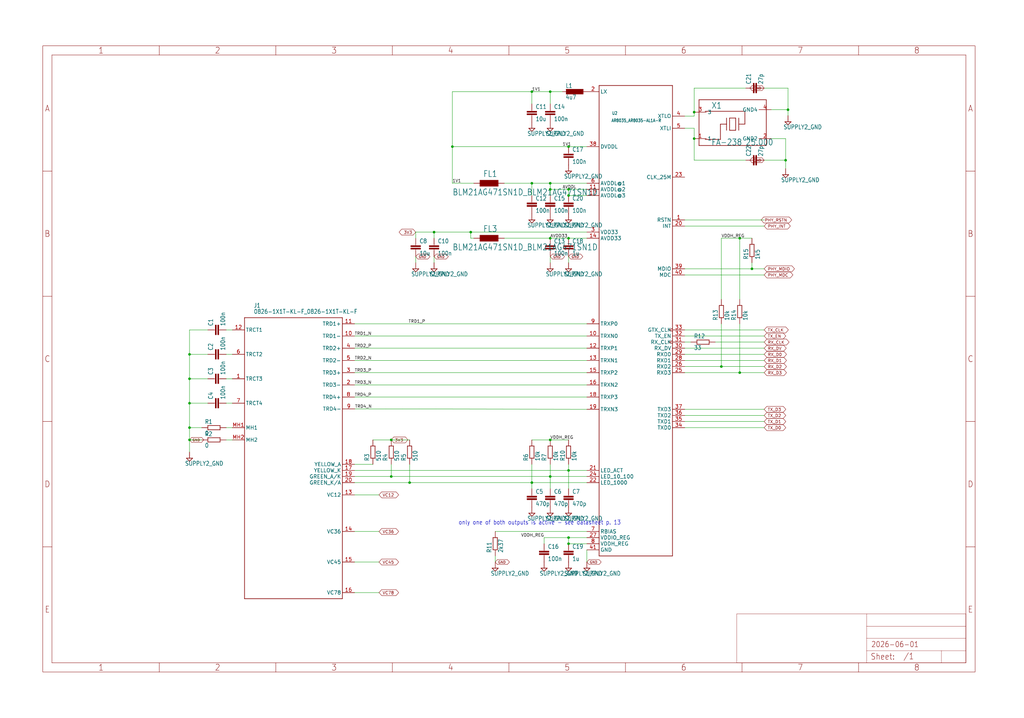
<source format=kicad_sch>
(kicad_sch (version 20250114) (generator "eeschema") (generator_version "9.0")
  (paper "User" 425.45 298.577)
  (lib_symbols
    (symbol "xmos_avb_brd_V4-eagle-import:xmos_avb_brd_V4_0826-1X1T-KL-F_0826-1X1T-KL-F"
      (property "Reference" "J" (at -16.51 30.48 0))
      (symbol "xmos_avb_brd_V4_0826-1X1T-KL-F_0826-1X1T-KL-F_1_0"
        (pin bidirectional line (at -25.4 20.32 0) (length 5.08) (name "TRCT1") (number "12"))
        (pin bidirectional line (at -25.4 10.16 0) (length 5.08) (name "TRCT2") (number "6"))
        (pin bidirectional line (at -25.4 0 0) (length 5.08) (name "TRCT3") (number "1"))
        (pin bidirectional line (at -25.4 -10.16 0) (length 5.08) (name "TRCT4") (number "7"))
        (pin bidirectional line (at -25.4 -20.32 0) (length 5.08) (name "MH1") (number "MH1"))
        (pin bidirectional line (at -25.4 -25.4 0) (length 5.08) (name "MH2") (number "MH2"))
        (pin bidirectional line (at 25.4 22.86 180) (length 5.08) (name "TRD1+") (number "11"))
        (pin bidirectional line (at 25.4 17.78 180) (length 5.08) (name "TRD1-") (number "10"))
        (pin bidirectional line (at 25.4 12.7 180) (length 5.08) (name "TRD2+") (number "4"))
        (pin bidirectional line (at 25.4 7.62 180) (length 5.08) (name "TRD2-") (number "5"))
        (pin bidirectional line (at 25.4 2.54 180) (length 5.08) (name "TRD3+") (number "3"))
        (pin bidirectional line (at 25.4 -2.54 180) (length 5.08) (name "TRD3-") (number "2"))
        (pin bidirectional line (at 25.4 -7.62 180) (length 5.08) (name "TRD4+") (number "8"))
        (pin bidirectional line (at 25.4 -35.56 180) (length 5.08) (name "YELLOW_A") (number "18"))
        (pin bidirectional line (at 25.4 -38.1 180) (length 5.08) (name "YELLOW_K") (number "17"))
        (pin bidirectional line (at 25.4 -40.64 180) (length 5.08) (name "GREEN_A/K") (number "19"))
        (pin bidirectional line (at 25.4 -43.18 180) (length 5.08) (name "GREEN_K/A") (number "20"))
        (pin bidirectional line (at 25.4 -48.26 180) (length 5.08) (name "VC12") (number "13"))
        (pin bidirectional line (at 25.4 -63.5 180) (length 5.08) (name "VC36") (number "14"))
        (pin bidirectional line (at 25.4 -76.2 180) (length 5.08) (name "VC45") (number "15"))
        (pin bidirectional line (at 25.4 -88.9 180) (length 5.08) (name "VC78") (number "16"))
        (pin bidirectional line (at 25.508 -12.508 180) (length 5.08) (name "TRD4-") (number "9"))
      )
    )
    (symbol "xmos_avb_brd_V4-eagle-import:xmos_avb_brd_V4_AR8035_AR8035-AL1A-R"
      (property "Reference" "U" (at -15.24 104.14 0))
      (symbol "xmos_avb_brd_V4_AR8035_AR8035-AL1A-R_1_0"
        (pin output line (at -20.32 96.52 0) (length 5.08) (name "LX") (number "2"))
        (pin power_in line (at -20.32 73.66 0) (length 5.08) (name "DVDDL") (number "38"))
        (pin power_in line (at -20.32 58.42 0) (length 5.08) (name "AVDDL@1") (number "6"))
        (pin power_in line (at -20.32 55.88 0) (length 5.08) (name "AVDDL@2") (number "11"))
        (pin power_in line (at -20.32 53.34 0) (length 5.08) (name "AVDDL@3") (number "17"))
        (pin power_in line (at -20.32 38.1 0) (length 5.08) (name "VDD33") (number "3"))
        (pin power_in line (at -20.32 35.56 0) (length 5.08) (name "AVDD33") (number "14"))
        (pin input line (at -20.32 0 0) (length 5.08) (name "TRXP0") (number "9"))
        (pin output line (at -20.32 -5.08 0) (length 5.08) (name "TRXN0") (number "10"))
        (pin input line (at -20.32 -10.16 0) (length 5.08) (name "TRXP1") (number "12"))
        (pin output line (at -20.32 -15.24 0) (length 5.08) (name "TRXN1") (number "13"))
        (pin input line (at -20.32 -20.32 0) (length 5.08) (name "TRXP2") (number "15"))
        (pin output line (at -20.32 -25.4 0) (length 5.08) (name "TRXN2") (number "16"))
        (pin input line (at -20.32 -30.48 0) (length 5.08) (name "TRXP3") (number "18"))
        (pin output line (at -20.32 -35.56 0) (length 5.08) (name "TRXN3") (number "19"))
        (pin bidirectional line (at -20.32 -60.96 0) (length 5.08) (name "LED_ACT") (number "21"))
        (pin bidirectional line (at -20.32 -63.5 0) (length 5.08) (name "LED_10_100") (number "24"))
        (pin bidirectional line (at -20.32 -66.04 0) (length 5.08) (name "LED_1000") (number "22"))
        (pin output line (at -20.32 -86.36 0) (length 5.08) (name "RBIAS") (number "7"))
        (pin output line (at -20.32 -88.9 0) (length 5.08) (name "VDDIO_REG") (number "27"))
        (pin output line (at -20.32 -91.44 0) (length 5.08) (name "VDDH_REG") (number "8"))
        (pin power_in line (at -20.32 -93.98 0) (length 5.08) (name "GND") (number "41"))
        (pin output line (at 20.32 86.36 180) (length 5.08) (name "XTLO") (number "4"))
        (pin input line (at 20.32 81.28 180) (length 5.08) (name "XTLI") (number "5"))
        (pin output line (at 20.32 60.96 180) (length 5.08) (name "CLK_25M") (number "23"))
        (pin input line (at 20.32 43.18 180) (length 5.08) (name "RSTN") (number "1"))
        (pin bidirectional line (at 20.32 40.64 180) (length 5.08) (name "INT") (number "20"))
        (pin bidirectional line (at 20.32 22.86 180) (length 5.08) (name "MDIO") (number "39"))
        (pin input line (at 20.32 20.32 180) (length 5.08) (name "MDC") (number "40"))
        (pin input clock (at 20.32 -2.54 180) (length 5.08) (name "GTX_CLK") (number "33"))
        (pin input line (at 20.32 -5.08 180) (length 5.08) (name "TX_EN") (number "32"))
        (pin bidirectional clock (at 20.32 -7.62 180) (length 5.08) (name "RX_CLK") (number "31"))
        (pin bidirectional line (at 20.32 -10.16 180) (length 5.08) (name "RX_DV") (number "30"))
        (pin bidirectional line (at 20.32 -12.7 180) (length 5.08) (name "RXD0") (number "29"))
        (pin bidirectional line (at 20.32 -15.24 180) (length 5.08) (name "RXD1") (number "28"))
        (pin bidirectional line (at 20.32 -17.78 180) (length 5.08) (name "RXD2") (number "26"))
        (pin bidirectional line (at 20.32 -20.32 180) (length 5.08) (name "RXD3") (number "25"))
        (pin input line (at 20.32 -35.56 180) (length 5.08) (name "TXD3") (number "37"))
        (pin input line (at 20.32 -38.1 180) (length 5.08) (name "TXD2") (number "36"))
        (pin input line (at 20.32 -40.64 180) (length 5.08) (name "TXD1") (number "35"))
        (pin input line (at 20.32 -43.18 180) (length 5.08) (name "TXD0") (number "34"))
      )
    )
    (symbol "xmos_avb_brd_V4-eagle-import:xmos_avb_brd_V4_BLM21AG471SN1D_BLM21AG471SN1D"
      (property "Reference" "FL" (at -3.8144 2.5414 0))
      (symbol "xmos_avb_brd_V4_BLM21AG471SN1D_BLM21AG471SN1D_1_0"
        (pin passive line (at -6.35 0 0) (length 2.54) (name "1") (number "1"))
        (pin passive line (at 6.35 0 180) (length 2.54) (name "2") (number "2"))
      )
    )
    (symbol "xmos_avb_brd_V4-eagle-import:xmos_avb_brd_V4_FA-238_FA-238"
      (property "Reference" "X" (at -13.9827 11.438 0))
      (symbol "xmos_avb_brd_V4_FA-238_FA-238_1_0"
        (pin passive line (at -16 5 0) (length 5.08) (name "3") (number "3"))
        (pin passive line (at -16 -6 0) (length 5.08) (name "1") (number "1"))
        (pin passive line (at 16 6 180) (length 5.08) (name "GND4") (number "4"))
        (pin passive line (at 16 -6 180) (length 5.08) (name "GND2") (number "2"))
      )
    )
    (symbol "xmos_avb_brd_V4-eagle-import:xmos_avb_brd_V4_FRAMES_A3L-LOC"
      (symbol "xmos_avb_brd_V4_FRAMES_A3L-LOC_1_0"
        (text "A" (at 1.905 234.315 0) (effects (font (size 2.54 2.286))))
        (text "B" (at 1.905 182.245 0) (effects (font (size 2.54 2.286))))
        (text "C" (at 1.905 130.175 0) (effects (font (size 2.54 2.286))))
        (text "D" (at 1.905 78.105 0) (effects (font (size 2.54 2.286))))
        (text "E" (at 1.905 26.035 0) (effects (font (size 2.54 2.286))))
        (text "1" (at 24.2094 258.445 0) (effects (font (size 2.54 2.286))))
        (text "1" (at 24.2094 1.905 0) (effects (font (size 2.54 2.286))))
        (text "2" (at 72.6281 258.445 0) (effects (font (size 2.54 2.286))))
        (text "2" (at 72.6281 1.905 0) (effects (font (size 2.54 2.286))))
        (text "3" (at 121.0469 258.445 0) (effects (font (size 2.54 2.286))))
        (text "3" (at 121.0469 1.905 0) (effects (font (size 2.54 2.286))))
        (text "4" (at 169.4656 258.445 0) (effects (font (size 2.54 2.286))))
        (text "4" (at 169.4656 1.905 0) (effects (font (size 2.54 2.286))))
        (text "5" (at 217.8844 258.445 0) (effects (font (size 2.54 2.286))))
        (text "5" (at 217.8844 1.905 0) (effects (font (size 2.54 2.286))))
        (text "6" (at 266.3031 258.445 0) (effects (font (size 2.54 2.286))))
        (text "6" (at 266.3031 1.905 0) (effects (font (size 2.54 2.286))))
        (text "7" (at 314.7219 258.445 0) (effects (font (size 2.54 2.286))))
        (text "7" (at 314.7219 1.905 0) (effects (font (size 2.54 2.286))))
        (text "Sheet:" (at 343.916 4.953 0) (effects (font (size 2.54 2.159)) (justify left bottom)))
        (text "${PROJECTNAME}" (at 344.17 15.24 0) (effects (font (size 2.54 2.159)) (justify left bottom)))
        (text "${CURRENT_DATE}" (at 344.17 10.16 0) (effects (font (size 2.286 1.9431)) (justify left bottom)))
        (text "${#}/${##}" (at 357.505 5.08 0) (effects (font (size 2.54 2.159)) (justify left bottom)))
        (text "8" (at 363.1406 258.445 0) (effects (font (size 2.54 2.286))))
        (text "8" (at 363.1406 1.905 0) (effects (font (size 2.54 2.286))))
        (text "A" (at 385.445 234.315 0) (effects (font (size 2.54 2.286))))
        (text "B" (at 385.445 182.245 0) (effects (font (size 2.54 2.286))))
        (text "C" (at 385.445 130.175 0) (effects (font (size 2.54 2.286))))
        (text "D" (at 385.445 78.105 0) (effects (font (size 2.54 2.286))))
        (text "E" (at 385.445 26.035 0) (effects (font (size 2.54 2.286))))
      )
    )
    (symbol "xmos_avb_brd_V4-eagle-import:xmos_avb_brd_V4_RCL_C-EUC0402"
      (property "Reference" "C" (at 1.524 0.381 0))
      (symbol "xmos_avb_brd_V4_RCL_C-EUC0402_1_0"
        (pin passive line (at 0 2.54 270) (length 2.54) (name "1") (number "1"))
        (pin passive line (at 0 -5.08 90) (length 2.54) (name "2") (number "2"))
      )
    )
    (symbol "xmos_avb_brd_V4-eagle-import:xmos_avb_brd_V4_RCL_C-EUC1206"
      (property "Reference" "C" (at 1.524 0.381 0))
      (symbol "xmos_avb_brd_V4_RCL_C-EUC1206_1_0"
        (pin passive line (at 0 2.54 270) (length 2.54) (name "1") (number "1"))
        (pin passive line (at 0 -5.08 90) (length 2.54) (name "2") (number "2"))
      )
    )
    (symbol "xmos_avb_brd_V4-eagle-import:xmos_avb_brd_V4_RCL_L-EUL2012C"
      (property "Reference" "L" (at -1.4986 -3.81 90))
      (symbol "xmos_avb_brd_V4_RCL_L-EUL2012C_1_0"
        (pin passive line (at 0 5.08 270) (length 2.54) (name "1") (number "1"))
        (pin passive line (at 0 -5.08 90) (length 2.54) (name "2") (number "2"))
      )
    )
    (symbol "xmos_avb_brd_V4-eagle-import:xmos_avb_brd_V4_RCL_R-EU_R0402"
      (property "Reference" "R" (at -3.81 1.4986 0))
      (symbol "xmos_avb_brd_V4_RCL_R-EU_R0402_1_0"
        (pin passive line (at -5.08 0 0) (length 2.54) (name "1") (number "1"))
        (pin passive line (at 5.08 0 180) (length 2.54) (name "2") (number "2"))
      )
    )
    (symbol "xmos_avb_brd_V4-eagle-import:xmos_avb_brd_V4_SUPPLY2_GND" (power)
      (symbol "xmos_avb_brd_V4_SUPPLY2_GND_1_0"
        (pin power_in line (at 0 2.54 270) (length 2.54) (name "GND") (number "1"))
      )
    )
  )
  (text "only one of both outputs is active - see datasheet p. 13" (at 190.5 218.44 0) (effects (font (size 1.778 1.5113)) (justify left bottom)))
  (junction (at 228.6 99.06))
  (junction (at 78.74 177.8))
  (junction (at 307.34 99.06))
  (junction (at 236.22 60.96))
  (junction (at 299.72 152.4))
  (junction (at 180.34 96.52))
  (junction (at 187.96 60.96))
  (junction (at 236.22 226.06))
  (junction (at 228.6 198.12))
  (junction (at 312.42 111.76))
  (junction (at 170.18 200.66))
  (junction (at 236.22 81.28))
  (junction (at 78.74 167.64))
  (junction (at 78.74 182.88))
  (junction (at 228.6 182.88))
  (junction (at 162.56 182.88))
  (junction (at 228.6 78.74))
  (junction (at 236.22 78.74))
  (junction (at 220.98 38.1))
  (junction (at 195.58 96.52))
  (junction (at 288.4 46.62))
  (junction (at 78.74 157.48))
  (junction (at 220.98 200.66))
  (junction (at 236.22 99.06))
  (junction (at 228.6 38.1))
  (junction (at 78.74 147.32))
  (junction (at 220.98 76.2))
  (junction (at 228.6 76.2))
  (junction (at 236.22 195.58))
  (junction (at 162.56 198.12))
  (junction (at 327.4 45.62))
  (junction (at 236.22 223.52))
  (junction (at 307.34 154.94))
  (junction (at 288.4 57.62))
  (junction (at 326.4 66.62))
  (wire (pts (xy 297.18 142.24) (xy 317.5 142.24)) (stroke (width 0.1524)))
  (wire (pts (xy 243.84 233.68) (xy 243.84 228.6)) (stroke (width 0.1524)))
  (wire (pts (xy 195.58 99.06) (xy 195.58 96.52)) (stroke (width 0.1524)))
  (wire (pts (xy 228.6 43.18) (xy 228.6 38.1)) (stroke (width 0.1524)))
  (wire (pts (xy 320.4 57.62) (xy 326.4 57.62)) (stroke (width 0.1524)))
  (wire (pts (xy 284.48 147.32) (xy 317.5 147.32)) (stroke (width 0.1524)))
  (wire (pts (xy 243.84 139.7) (xy 147.32 139.7)) (stroke (width 0.1524)))
  (wire (pts (xy 78.74 157.48) (xy 78.74 167.64)) (stroke (width 0.1524)))
  (wire (pts (xy 187.96 76.2) (xy 196.85 76.2)) (stroke (width 0.1524)))
  (wire (pts (xy 147.32 195.58) (xy 236.22 195.58)) (stroke (width 0.1524)))
  (wire (pts (xy 288.4 48.26) (xy 284.48 48.26)) (stroke (width 0.1524)))
  (wire (pts (xy 220.98 38.1) (xy 220.98 43.18)) (stroke (width 0.1524)))
  (wire (pts (xy 243.84 226.06) (xy 236.22 226.06)) (stroke (width 0.1524)))
  (wire (pts (xy 78.74 182.88) (xy 78.74 187.96)) (stroke (width 0.1524)))
  (wire (pts (xy 299.72 152.4) (xy 317.5 152.4)) (stroke (width 0.1524)))
  (wire (pts (xy 220.98 200.66) (xy 170.18 200.66)) (stroke (width 0.1524)))
  (wire (pts (xy 147.32 165.1) (xy 243.84 165.1)) (stroke (width 0.1524)))
  (wire (pts (xy 287.02 142.24) (xy 284.48 142.24)) (stroke (width 0.1524)))
  (wire (pts (xy 243.84 220.98) (xy 205.74 220.98)) (stroke (width 0.1524)))
  (wire (pts (xy 228.6 106.68) (xy 228.6 109.22)) (stroke (width 0.1524)))
  (wire (pts (xy 236.22 203.2) (xy 236.22 195.58)) (stroke (width 0.1524)))
  (wire (pts (xy 228.6 78.74) (xy 228.6 76.2)) (stroke (width 0.1524)))
  (wire (pts (xy 284.48 53.34) (xy 288.4 53.34)) (stroke (width 0.1524)))
  (wire (pts (xy 209.55 99.06) (xy 228.6 99.06)) (stroke (width 0.1524)))
  (wire (pts (xy 320.4 45.62) (xy 327.4 45.62)) (stroke (width 0.1524)))
  (wire (pts (xy 147.32 160.02) (xy 243.84 160.02)) (stroke (width 0.1524)))
  (wire (pts (xy 228.6 193.04) (xy 228.6 198.12)) (stroke (width 0.1524)))
  (wire (pts (xy 326.4 66.62) (xy 326.4 70.08)) (stroke (width 0.1524)))
  (wire (pts (xy 99.06 182.88) (xy 96.52 182.88)) (stroke (width 0.1524)))
  (wire (pts (xy 196.85 99.06) (xy 195.58 99.06)) (stroke (width 0.1524)))
  (wire (pts (xy 228.6 99.06) (xy 236.22 99.06)) (stroke (width 0.1524)))
  (wire (pts (xy 284.48 93.98) (xy 317.5 93.98)) (stroke (width 0.1524)))
  (wire (pts (xy 299.72 152.4) (xy 299.72 134.62)) (stroke (width 0.1524)))
  (wire (pts (xy 236.22 106.68) (xy 236.22 109.22)) (stroke (width 0.1524)))
  (wire (pts (xy 147.32 198.12) (xy 162.56 198.12)) (stroke (width 0.1524)))
  (wire (pts (xy 147.32 246.38) (xy 157.48 246.38)) (stroke (width 0.1524)))
  (wire (pts (xy 96.52 147.32) (xy 93.98 147.32)) (stroke (width 0.1524)))
  (wire (pts (xy 243.84 223.52) (xy 236.22 223.52)) (stroke (width 0.1524)))
  (wire (pts (xy 96.52 182.88) (xy 93.98 182.88)) (stroke (width 0.1524)))
  (wire (pts (xy 236.22 78.74) (xy 228.6 78.74)) (stroke (width 0.1524)))
  (wire (pts (xy 307.34 124.46) (xy 307.34 99.06)) (stroke (width 0.1524)))
  (wire (pts (xy 284.48 175.26) (xy 317.5 175.26)) (stroke (width 0.1524)))
  (wire (pts (xy 284.48 149.86) (xy 317.5 149.86)) (stroke (width 0.1524)))
  (wire (pts (xy 236.22 223.52) (xy 226.06 223.52)) (stroke (width 0.1524)))
  (wire (pts (xy 228.6 38.1) (xy 220.98 38.1)) (stroke (width 0.1524)))
  (wire (pts (xy 317.48 36.62) (xy 327.4 36.62)) (stroke (width 0.1524)))
  (wire (pts (xy 317.48 66.62) (xy 326.4 66.62)) (stroke (width 0.1524)))
  (wire (pts (xy 205.74 233.68) (xy 205.74 231.14)) (stroke (width 0.1524)))
  (wire (pts (xy 317.5 144.78) (xy 284.48 144.78)) (stroke (width 0.1524)))
  (wire (pts (xy 147.32 205.74) (xy 157.48 205.74)) (stroke (width 0.1524)))
  (wire (pts (xy 162.56 198.12) (xy 162.56 193.04)) (stroke (width 0.1524)))
  (wire (pts (xy 147.32 144.78) (xy 243.84 144.78)) (stroke (width 0.1524)))
  (wire (pts (xy 312.42 111.76) (xy 317.5 111.76)) (stroke (width 0.1524)))
  (wire (pts (xy 284.48 114.3) (xy 317.5 114.3)) (stroke (width 0.1524)))
  (wire (pts (xy 317.5 172.72) (xy 284.48 172.72)) (stroke (width 0.1524)))
  (wire (pts (xy 243.84 99.06) (xy 236.22 99.06)) (stroke (width 0.1524)))
  (wire (pts (xy 162.56 182.88) (xy 154.94 182.88)) (stroke (width 0.1524)))
  (wire (pts (xy 288.4 46.62) (xy 288.4 48.26)) (stroke (width 0.1524)))
  (wire (pts (xy 78.74 177.8) (xy 78.74 182.88)) (stroke (width 0.1524)))
  (wire (pts (xy 288.4 57.62) (xy 288.4 66.62)) (stroke (width 0.1524)))
  (wire (pts (xy 180.34 106.68) (xy 180.34 109.22)) (stroke (width 0.1524)))
  (wire (pts (xy 180.34 99.06) (xy 180.34 96.52)) (stroke (width 0.1524)))
  (wire (pts (xy 233.68 38.1) (xy 228.6 38.1)) (stroke (width 0.1524)))
  (wire (pts (xy 312.42 111.76) (xy 312.42 109.22)) (stroke (width 0.1524)))
  (wire (pts (xy 170.18 200.66) (xy 170.18 193.04)) (stroke (width 0.1524)))
  (wire (pts (xy 284.48 152.4) (xy 299.72 152.4)) (stroke (width 0.1524)))
  (wire (pts (xy 147.32 134.62) (xy 243.84 134.62)) (stroke (width 0.1524)))
  (wire (pts (xy 307.34 99.06) (xy 312.42 99.06)) (stroke (width 0.1524)))
  (wire (pts (xy 147.32 193.04) (xy 154.94 193.04)) (stroke (width 0.1524)))
  (wire (pts (xy 86.36 157.48) (xy 78.74 157.48)) (stroke (width 0.1524)))
  (wire (pts (xy 243.84 81.28) (xy 236.22 81.28)) (stroke (width 0.1524)))
  (wire (pts (xy 147.428 169.988) (xy 243.84 170.18)) (stroke (width 0.1524)))
  (wire (pts (xy 326.4 57.62) (xy 326.4 66.62)) (stroke (width 0.1524)))
  (wire (pts (xy 284.48 154.94) (xy 307.34 154.94)) (stroke (width 0.1524)))
  (wire (pts (xy 288.4 66.62) (xy 309.86 66.62)) (stroke (width 0.1524)))
  (wire (pts (xy 147.32 220.98) (xy 157.48 220.98)) (stroke (width 0.1524)))
  (wire (pts (xy 220.98 200.66) (xy 220.98 193.04)) (stroke (width 0.1524)))
  (wire (pts (xy 220.98 76.2) (xy 209.55 76.2)) (stroke (width 0.1524)))
  (wire (pts (xy 96.52 137.16) (xy 93.98 137.16)) (stroke (width 0.1524)))
  (wire (pts (xy 284.48 111.76) (xy 312.42 111.76)) (stroke (width 0.1524)))
  (wire (pts (xy 228.6 182.88) (xy 236.22 182.88)) (stroke (width 0.1524)))
  (wire (pts (xy 83.82 182.88) (xy 78.74 182.88)) (stroke (width 0.1524)))
  (wire (pts (xy 284.48 91.44) (xy 317.5 91.44)) (stroke (width 0.1524)))
  (wire (pts (xy 243.84 200.66) (xy 220.98 200.66)) (stroke (width 0.1524)))
  (wire (pts (xy 96.52 167.64) (xy 93.98 167.64)) (stroke (width 0.1524)))
  (wire (pts (xy 307.34 154.94) (xy 307.34 134.62)) (stroke (width 0.1524)))
  (wire (pts (xy 228.6 78.74) (xy 228.6 81.28)) (stroke (width 0.1524)))
  (wire (pts (xy 243.84 149.86) (xy 147.32 149.86)) (stroke (width 0.1524)))
  (wire (pts (xy 78.74 137.16) (xy 78.74 147.32)) (stroke (width 0.1524)))
  (wire (pts (xy 299.72 99.06) (xy 307.34 99.06)) (stroke (width 0.1524)))
  (wire (pts (xy 170.18 182.88) (xy 162.56 182.88)) (stroke (width 0.1524)))
  (wire (pts (xy 236.22 226.06) (xy 236.22 223.52)) (stroke (width 0.1524)))
  (wire (pts (xy 284.48 170.18) (xy 317.5 170.18)) (stroke (width 0.1524)))
  (wire (pts (xy 317.5 137.16) (xy 284.48 137.16)) (stroke (width 0.1524)))
  (wire (pts (xy 86.36 137.16) (xy 78.74 137.16)) (stroke (width 0.1524)))
  (wire (pts (xy 172.72 106.68) (xy 172.72 109.22)) (stroke (width 0.1524)))
  (wire (pts (xy 236.22 60.96) (xy 243.84 60.96)) (stroke (width 0.1524)))
  (wire (pts (xy 309.86 36.62) (xy 288.4 36.62)) (stroke (width 0.1524)))
  (wire (pts (xy 288.4 53.34) (xy 288.4 57.62)) (stroke (width 0.1524)))
  (wire (pts (xy 226.06 223.52) (xy 226.06 226.06)) (stroke (width 0.1524)))
  (wire (pts (xy 228.6 203.2) (xy 228.6 198.12)) (stroke (width 0.1524)))
  (wire (pts (xy 93.98 177.8) (xy 96.52 177.8)) (stroke (width 0.1524)))
  (wire (pts (xy 78.74 167.64) (xy 78.74 177.8)) (stroke (width 0.1524)))
  (wire (pts (xy 187.96 60.96) (xy 187.96 76.2)) (stroke (width 0.1524)))
  (wire (pts (xy 96.52 157.48) (xy 93.98 157.48)) (stroke (width 0.1524)))
  (wire (pts (xy 228.6 182.88) (xy 220.98 182.88)) (stroke (width 0.1524)))
  (wire (pts (xy 243.84 195.58) (xy 236.22 195.58)) (stroke (width 0.1524)))
  (wire (pts (xy 86.36 167.64) (xy 78.74 167.64)) (stroke (width 0.1524)))
  (wire (pts (xy 236.22 81.28) (xy 236.22 78.74)) (stroke (width 0.1524)))
  (wire (pts (xy 327.4 36.62) (xy 327.4 45.62)) (stroke (width 0.1524)))
  (wire (pts (xy 307.34 154.94) (xy 317.5 154.94)) (stroke (width 0.1524)))
  (wire (pts (xy 180.34 96.52) (xy 172.72 96.52)) (stroke (width 0.1524)))
  (wire (pts (xy 228.6 198.12) (xy 243.84 198.12)) (stroke (width 0.1524)))
  (wire (pts (xy 86.36 147.32) (xy 78.74 147.32)) (stroke (width 0.1524)))
  (wire (pts (xy 228.6 76.2) (xy 220.98 76.2)) (stroke (width 0.1524)))
  (wire (pts (xy 243.84 76.2) (xy 228.6 76.2)) (stroke (width 0.1524)))
  (wire (pts (xy 187.96 38.1) (xy 187.96 60.96)) (stroke (width 0.1524)))
  (wire (pts (xy 172.72 96.52) (xy 172.72 99.06)) (stroke (width 0.1524)))
  (wire (pts (xy 288.4 36.62) (xy 288.4 46.62)) (stroke (width 0.1524)))
  (wire (pts (xy 195.58 96.52) (xy 180.34 96.52)) (stroke (width 0.1524)))
  (wire (pts (xy 220.98 203.2) (xy 220.98 200.66)) (stroke (width 0.1524)))
  (wire (pts (xy 243.84 96.52) (xy 195.58 96.52)) (stroke (width 0.1524)))
  (wire (pts (xy 243.84 78.74) (xy 236.22 78.74)) (stroke (width 0.1524)))
  (wire (pts (xy 147.32 154.94) (xy 243.84 154.94)) (stroke (width 0.1524)))
  (wire (pts (xy 284.48 139.7) (xy 317.5 139.7)) (stroke (width 0.1524)))
  (wire (pts (xy 147.32 200.66) (xy 170.18 200.66)) (stroke (width 0.1524)))
  (wire (pts (xy 317.5 177.8) (xy 284.48 177.8)) (stroke (width 0.1524)))
  (wire (pts (xy 236.22 60.96) (xy 187.96 60.96)) (stroke (width 0.1524)))
  (wire (pts (xy 78.74 147.32) (xy 78.74 157.48)) (stroke (width 0.1524)))
  (wire (pts (xy 147.32 233.68) (xy 157.48 233.68)) (stroke (width 0.1524)))
  (wire (pts (xy 299.72 124.46) (xy 299.72 99.06)) (stroke (width 0.1524)))
  (wire (pts (xy 220.98 38.1) (xy 187.96 38.1)) (stroke (width 0.1524)))
  (wire (pts (xy 327.4 45.62) (xy 327.4 48.08)) (stroke (width 0.1524)))
  (wire (pts (xy 162.56 198.12) (xy 228.6 198.12)) (stroke (width 0.1524)))
  (wire (pts (xy 236.22 195.58) (xy 236.22 193.04)) (stroke (width 0.1524)))
  (wire (pts (xy 220.98 81.28) (xy 220.98 76.2)) (stroke (width 0.1524)))
  (wire (pts (xy 83.82 177.8) (xy 78.74 177.8)) (stroke (width 0.1524)))
  (label "VDDH_REG" (at 299.72 99.06 0) (effects (font (size 1.2446 1.2446))))
  (label "AVDD33" (at 228.6 99.06 0) (effects (font (size 1.2446 1.2446))))
  (label "TRD4_N" (at 147.428 169.988 0) (effects (font (size 1.2446 1.2446))))
  (label "VDDH_REG" (at 228.6 182.88 0) (effects (font (size 1.2446 1.2446))))
  (label "TRD2_N" (at 147.32 149.86 0) (effects (font (size 1.2446 1.2446))))
  (label "VDDH_REG" (at 226.06 223.52 180) (effects (font (size 1.2446 1.2446))))
  (label "TRD1_N" (at 147.32 139.7 0) (effects (font (size 1.2446 1.2446))))
  (label "1V1" (at 220.98 38.1 0) (effects (font (size 1.2446 1.2446))))
  (label "TRD1_P" (at 169.7 134.62 0) (effects (font (size 1.2446 1.2446))))
  (label "1V1" (at 233.68 60.96 0) (effects (font (size 1.2446 1.2446))))
  (label "TRD3_N" (at 147.32 160.02 0) (effects (font (size 1.2446 1.2446))))
  (label "1V1" (at 187.96 76.2 0) (effects (font (size 1.2446 1.2446))))
  (label "TRD2_P" (at 147.32 144.78 0) (effects (font (size 1.2446 1.2446))))
  (label "TRD3_P" (at 147.32 154.94 0) (effects (font (size 1.2446 1.2446))))
  (label "TRD4_P" (at 147.32 165.1 0) (effects (font (size 1.2446 1.2446))))
  (label "AVDDL" (at 233.68 78.74 0) (effects (font (size 1.2446 1.2446))))
  (global_label "PHY_RSTN" (shape bidirectional) (at 316.23 91.44 0) (effects (font (size 1.2446 1.2446))) (property "Intersheetrefs" "${INTERSHEET_REFS}" (effects (hide yes))))
  (global_label "RX_D2" (shape bidirectional) (at 317.5 152.4 0) (effects (font (size 1.2446 1.2446))) (property "Intersheetrefs" "${INTERSHEET_REFS}" (effects (hide yes))))
  (global_label "RX_D0" (shape bidirectional) (at 317.5 147.32 0) (effects (font (size 1.2446 1.2446))) (property "Intersheetrefs" "${INTERSHEET_REFS}" (effects (hide yes))))
  (global_label "GND" (shape bidirectional) (at 317.48 36.62 180) (effects (font (size 1.016 1.016))) (property "Intersheetrefs" "${INTERSHEET_REFS}" (effects (hide yes))))
  (global_label "TX_EN" (shape bidirectional) (at 317.5 139.7 0) (effects (font (size 1.2446 1.2446))) (property "Intersheetrefs" "${INTERSHEET_REFS}" (effects (hide yes))))
  (global_label "TX_D3" (shape bidirectional) (at 317.5 170.18 0) (effects (font (size 1.2446 1.2446))) (property "Intersheetrefs" "${INTERSHEET_REFS}" (effects (hide yes))))
  (global_label "RX_D1" (shape bidirectional) (at 317.5 149.86 0) (effects (font (size 1.2446 1.2446))) (property "Intersheetrefs" "${INTERSHEET_REFS}" (effects (hide yes))))
  (global_label "VC36" (shape bidirectional) (at 157.48 220.98 0) (effects (font (size 1.2446 1.2446))) (property "Intersheetrefs" "${INTERSHEET_REFS}" (effects (hide yes))))
  (global_label "GND" (shape bidirectional) (at 172.72 106.68 0) (effects (font (size 1.016 1.016))) (property "Intersheetrefs" "${INTERSHEET_REFS}" (effects (hide yes))))
  (global_label "GND" (shape bidirectional) (at 78.74 182.88 0) (effects (font (size 1.016 1.016))) (property "Intersheetrefs" "${INTERSHEET_REFS}" (effects (hide yes))))
  (global_label "VC78" (shape bidirectional) (at 157.48 246.38 0) (effects (font (size 1.2446 1.2446))) (property "Intersheetrefs" "${INTERSHEET_REFS}" (effects (hide yes))))
  (global_label "RX_D3" (shape bidirectional) (at 317.5 154.94 0) (effects (font (size 1.2446 1.2446))) (property "Intersheetrefs" "${INTERSHEET_REFS}" (effects (hide yes))))
  (global_label "GND" (shape bidirectional) (at 180.34 106.68 0) (effects (font (size 1.016 1.016))) (property "Intersheetrefs" "${INTERSHEET_REFS}" (effects (hide yes))))
  (global_label "VC45" (shape bidirectional) (at 157.48 233.68 0) (effects (font (size 1.2446 1.2446))) (property "Intersheetrefs" "${INTERSHEET_REFS}" (effects (hide yes))))
  (global_label "GND" (shape bidirectional) (at 228.6 106.68 0) (effects (font (size 1.016 1.016))) (property "Intersheetrefs" "${INTERSHEET_REFS}" (effects (hide yes))))
  (global_label "PHY_MDIO" (shape bidirectional) (at 317.5 111.76 0) (effects (font (size 1.2446 1.2446))) (property "Intersheetrefs" "${INTERSHEET_REFS}" (effects (hide yes))))
  (global_label "PHY_INT" (shape bidirectional) (at 317.5 93.98 0) (effects (font (size 1.2446 1.2446))) (property "Intersheetrefs" "${INTERSHEET_REFS}" (effects (hide yes))))
  (global_label "RX_CLK" (shape bidirectional) (at 317.5 142.24 0) (effects (font (size 1.2446 1.2446))) (property "Intersheetrefs" "${INTERSHEET_REFS}" (effects (hide yes))))
  (global_label "GND" (shape bidirectional) (at 317.48 66.62 180) (effects (font (size 1.016 1.016))) (property "Intersheetrefs" "${INTERSHEET_REFS}" (effects (hide yes))))
  (global_label "RX_DV" (shape bidirectional) (at 317.5 144.78 0) (effects (font (size 1.2446 1.2446))) (property "Intersheetrefs" "${INTERSHEET_REFS}" (effects (hide yes))))
  (global_label "3V3" (shape bidirectional) (at 162.56 182.88 0) (effects (font (size 1.2446 1.2446))) (property "Intersheetrefs" "${INTERSHEET_REFS}" (effects (hide yes))))
  (global_label "PHY_MDC" (shape bidirectional) (at 317.5 114.3 0) (effects (font (size 1.2446 1.2446))) (property "Intersheetrefs" "${INTERSHEET_REFS}" (effects (hide yes))))
  (global_label "GND" (shape bidirectional) (at 236.22 106.68 0) (effects (font (size 1.016 1.016))) (property "Intersheetrefs" "${INTERSHEET_REFS}" (effects (hide yes))))
  (global_label "GND" (shape bidirectional) (at 243.84 233.68 0) (effects (font (size 1.016 1.016))) (property "Intersheetrefs" "${INTERSHEET_REFS}" (effects (hide yes))))
  (global_label "TX_D0" (shape bidirectional) (at 317.5 177.8 0) (effects (font (size 1.2446 1.2446))) (property "Intersheetrefs" "${INTERSHEET_REFS}" (effects (hide yes))))
  (global_label "VC12" (shape bidirectional) (at 157.48 205.74 0) (effects (font (size 1.2446 1.2446))) (property "Intersheetrefs" "${INTERSHEET_REFS}" (effects (hide yes))))
  (global_label "TX_D2" (shape bidirectional) (at 317.5 172.72 0) (effects (font (size 1.2446 1.2446))) (property "Intersheetrefs" "${INTERSHEET_REFS}" (effects (hide yes))))
  (global_label "3V3" (shape bidirectional) (at 172.72 96.52 180) (effects (font (size 1.2446 1.2446))) (property "Intersheetrefs" "${INTERSHEET_REFS}" (effects (hide yes))))
  (global_label "TX_CLK" (shape bidirectional) (at 317.5 137.16 0) (effects (font (size 1.2446 1.2446))) (property "Intersheetrefs" "${INTERSHEET_REFS}" (effects (hide yes))))
  (global_label "GND" (shape bidirectional) (at 205.74 233.68 0) (effects (font (size 1.016 1.016))) (property "Intersheetrefs" "${INTERSHEET_REFS}" (effects (hide yes))))
  (global_label "TX_D1" (shape bidirectional) (at 317.5 175.26 0) (effects (font (size 1.2446 1.2446))) (property "Intersheetrefs" "${INTERSHEET_REFS}" (effects (hide yes))))
  (symbol (lib_id "xmos_avb_brd_V4-eagle-import:xmos_avb_brd_V4_RCL_C-EUC0402") (at 180.34 101.6 0) (unit 1)
    (property "Reference" "C10" (at 181.864 101.219 0) (effects (font (size 1.778 1.5113)) (justify left bottom)))
    (property "Value" "100n" (at 181.864 106.299 0) (effects (font (size 1.778 1.5113)) (justify left bottom)))
    (property "Footprint" "xmos_avb_brd_V4:RCL_C0402" (effects (hide yes)))
  )
  (symbol (lib_id "xmos_avb_brd_V4-eagle-import:xmos_avb_brd_V4_RCL_R-EU_R0402") (at 205.74 226.06 90) (unit 1)
    (property "Reference" "R11" (at 204.2414 229.87 0) (effects (font (size 1.778 1.5113)) (justify left bottom)))
    (property "Value" "2k37" (at 209.042 229.87 0) (effects (font (size 1.778 1.5113)) (justify left bottom)))
    (property "Footprint" "xmos_avb_brd_V4:RCL_R0402" (effects (hide yes)))
  )
  (symbol (lib_id "xmos_avb_brd_V4-eagle-import:xmos_avb_brd_V4_RCL_R-EU_R0402") (at 299.72 129.54 90) (unit 1)
    (property "Reference" "R13" (at 298.2214 133.35 0) (effects (font (size 1.778 1.5113)) (justify left bottom)))
    (property "Value" "10k" (at 303.022 133.35 0) (effects (font (size 1.778 1.5113)) (justify left bottom)))
    (property "Footprint" "xmos_avb_brd_V4:RCL_R0402" (effects (hide yes)))
  )
  (symbol (lib_id "xmos_avb_brd_V4-eagle-import:xmos_avb_brd_V4_SUPPLY2_GND") (at 228.6 53.34 0) (unit 1)
    (property "Reference" "#SUPPLY12" (effects (hide yes)))
    (property "Value" "SUPPLY2_GND" (at 226.695 56.515 0) (effects (font (size 1.778 1.5113)) (justify left bottom)))
  )
  (symbol (lib_id "xmos_avb_brd_V4-eagle-import:xmos_avb_brd_V4_RCL_C-EUC1206") (at 172.72 101.6 0) (unit 1)
    (property "Reference" "C8" (at 174.244 101.219 0) (effects (font (size 1.778 1.5113)) (justify left bottom)))
    (property "Value" "10u" (at 174.244 106.299 0) (effects (font (size 1.778 1.5113)) (justify left bottom)))
    (property "Footprint" "xmos_avb_brd_V4:RCL_C1206" (effects (hide yes)))
  )
  (symbol (lib_id "xmos_avb_brd_V4-eagle-import:xmos_avb_brd_V4_BLM21AG471SN1D_BLM21AG471SN1D") (at 203.2 99.06 0) (unit 1)
    (property "Reference" "FL3" (at 200.6556 96.5185 0) (effects (font (size 2.5414 2.1601)) (justify left bottom)))
    (property "Value" "BLM21AG471SN1D_BLM21AG471SN1D" (at 187.95 104.1466 0) (effects (font (size 2.5433 2.1618)) (justify left bottom)))
    (property "Footprint" "xmos_avb_brd_V4:BLM21AG471SN1D_BEADC2012X105N" (effects (hide yes)))
  )
  (symbol (lib_id "xmos_avb_brd_V4-eagle-import:xmos_avb_brd_V4_AR8035_AR8035-AL1A-R") (at 264.16 134.62 0) (unit 1)
    (property "Reference" "U2" (at 254.2496 47.7421 0) (effects (font (size 1.2703 1.0797)) (justify left bottom)))
    (property "Value" "AR8035_AR8035-AL1A-R" (at 254 50.8 0) (effects (font (size 1.2708 1.0801)) (justify left bottom)))
    (property "Footprint" "xmos_avb_brd_V4:AR8035_QFN40P500X500X75-41N" (effects (hide yes)))
  )
  (symbol (lib_id "xmos_avb_brd_V4-eagle-import:xmos_avb_brd_V4_RCL_C-EUC0402") (at 88.9 157.48 90) (unit 1)
    (property "Reference" "C3" (at 88.519 155.956 0) (effects (font (size 1.778 1.5113)) (justify left bottom)))
    (property "Value" "100n" (at 93.599 155.956 0) (effects (font (size 1.778 1.5113)) (justify left bottom)))
    (property "Footprint" "xmos_avb_brd_V4:RCL_C0402" (effects (hide yes)))
  )
  (symbol (lib_id "xmos_avb_brd_V4-eagle-import:xmos_avb_brd_V4_SUPPLY2_GND") (at 228.6 111.76 0) (unit 1)
    (property "Reference" "#SUPPLY11" (effects (hide yes)))
    (property "Value" "SUPPLY2_GND" (at 226.695 114.935 0) (effects (font (size 1.778 1.5113)) (justify left bottom)))
  )
  (symbol (lib_id "xmos_avb_brd_V4-eagle-import:xmos_avb_brd_V4_SUPPLY2_GND") (at 327.4 50.62 0) (unit 1)
    (property "Reference" "#SUPPLY21" (effects (hide yes)))
    (property "Value" "SUPPLY2_GND" (at 325.495 53.795 0) (effects (font (size 1.778 1.5113)) (justify left bottom)))
  )
  (symbol (lib_id "xmos_avb_brd_V4-eagle-import:xmos_avb_brd_V4_RCL_R-EU_R0402") (at 88.9 182.88 0) (unit 1)
    (property "Reference" "R2" (at 85.09 181.3814 0) (effects (font (size 1.778 1.5113)) (justify left bottom)))
    (property "Value" "0" (at 85.09 186.182 0) (effects (font (size 1.778 1.5113)) (justify left bottom)))
    (property "Footprint" "xmos_avb_brd_V4:RCL_R0402" (effects (hide yes)))
  )
  (symbol (lib_id "xmos_avb_brd_V4-eagle-import:xmos_avb_brd_V4_RCL_C-EUC1206") (at 236.22 101.6 0) (unit 1)
    (property "Reference" "C18" (at 237.744 101.219 0) (effects (font (size 1.778 1.5113)) (justify left bottom)))
    (property "Value" "1u" (at 237.744 106.299 0) (effects (font (size 1.778 1.5113)) (justify left bottom)))
    (property "Footprint" "xmos_avb_brd_V4:RCL_C1206" (effects (hide yes)))
  )
  (symbol (lib_id "xmos_avb_brd_V4-eagle-import:xmos_avb_brd_V4_SUPPLY2_GND") (at 220.98 213.36 0) (unit 1)
    (property "Reference" "#SUPPLY2" (effects (hide yes)))
    (property "Value" "SUPPLY2_GND" (at 219.075 216.535 0) (effects (font (size 1.778 1.5113)) (justify left bottom)))
  )
  (symbol (lib_id "xmos_avb_brd_V4-eagle-import:xmos_avb_brd_V4_RCL_R-EU_R0402") (at 170.18 187.96 90) (unit 1)
    (property "Reference" "R5" (at 168.6814 191.77 0) (effects (font (size 1.778 1.5113)) (justify left bottom)))
    (property "Value" "510" (at 173.482 191.77 0) (effects (font (size 1.778 1.5113)) (justify left bottom)))
    (property "Footprint" "xmos_avb_brd_V4:RCL_R0402" (effects (hide yes)))
  )
  (symbol (lib_id "xmos_avb_brd_V4-eagle-import:xmos_avb_brd_V4_RCL_C-EUC0402") (at 236.22 205.74 0) (unit 1)
    (property "Reference" "C7" (at 237.744 205.359 0) (effects (font (size 1.778 1.5113)) (justify left bottom)))
    (property "Value" "470p" (at 237.744 210.439 0) (effects (font (size 1.778 1.5113)) (justify left bottom)))
    (property "Footprint" "xmos_avb_brd_V4:RCL_C0402" (effects (hide yes)))
  )
  (symbol (lib_id "xmos_avb_brd_V4-eagle-import:xmos_avb_brd_V4_RCL_C-EUC0402") (at 228.6 101.6 0) (unit 1)
    (property "Reference" "C13" (at 230.124 101.219 0) (effects (font (size 1.778 1.5113)) (justify left bottom)))
    (property "Value" "100n" (at 230.124 106.299 0) (effects (font (size 1.778 1.5113)) (justify left bottom)))
    (property "Footprint" "xmos_avb_brd_V4:RCL_C0402" (effects (hide yes)))
  )
  (symbol (lib_id "xmos_avb_brd_V4-eagle-import:xmos_avb_brd_V4_SUPPLY2_GND") (at 220.98 91.44 0) (unit 1)
    (property "Reference" "#SUPPLY10" (effects (hide yes)))
    (property "Value" "SUPPLY2_GND" (at 219.075 94.615 0) (effects (font (size 1.778 1.5113)) (justify left bottom)))
  )
  (symbol (lib_id "xmos_avb_brd_V4-eagle-import:xmos_avb_brd_V4_FA-238_FA-238") (at 304.4 51.62 0) (unit 1)
    (property "Reference" "X1" (at 295.4973 45.2619 0) (effects (font (size 2.5423 2.1609)) (justify left bottom)))
    (property "Value" "FA-238 25.000" (at 295.4965 60.5223 0) (effects (font (size 2.5424 2.161)) (justify left bottom)))
    (property "Footprint" "xmos_avb_brd_V4:FA-238_OSCCC320X250X70-4N" (effects (hide yes)))
  )
  (symbol (lib_id "xmos_avb_brd_V4-eagle-import:xmos_avb_brd_V4_RCL_C-EUC0402") (at 228.6 45.72 0) (unit 1)
    (property "Reference" "C14" (at 230.124 45.339 0) (effects (font (size 1.778 1.5113)) (justify left bottom)))
    (property "Value" "100n" (at 230.124 50.419 0) (effects (font (size 1.778 1.5113)) (justify left bottom)))
    (property "Footprint" "xmos_avb_brd_V4:RCL_C0402" (effects (hide yes)))
  )
  (symbol (lib_id "xmos_avb_brd_V4-eagle-import:xmos_avb_brd_V4_RCL_R-EU_R0402") (at 292.1 142.24 0) (unit 1)
    (property "Reference" "R12" (at 288.29 140.7414 0) (effects (font (size 1.778 1.5113)) (justify left bottom)))
    (property "Value" "33" (at 288.29 145.542 0) (effects (font (size 1.778 1.5113)) (justify left bottom)))
    (property "Footprint" "xmos_avb_brd_V4:RCL_R0402" (effects (hide yes)))
  )
  (symbol (lib_id "xmos_avb_brd_V4-eagle-import:xmos_avb_brd_V4_RCL_R-EU_R0402") (at 88.9 177.8 0) (unit 1)
    (property "Reference" "R1" (at 85.09 176.3014 0) (effects (font (size 1.778 1.5113)) (justify left bottom)))
    (property "Value" "0" (at 85.09 181.102 0) (effects (font (size 1.778 1.5113)) (justify left bottom)))
    (property "Footprint" "xmos_avb_brd_V4:RCL_R0402" (effects (hide yes)))
  )
  (symbol (lib_id "xmos_avb_brd_V4-eagle-import:xmos_avb_brd_V4_SUPPLY2_GND") (at 228.6 213.36 0) (unit 1)
    (property "Reference" "#SUPPLY3" (effects (hide yes)))
    (property "Value" "SUPPLY2_GND" (at 226.695 216.535 0) (effects (font (size 1.778 1.5113)) (justify left bottom)))
  )
  (symbol (lib_id "xmos_avb_brd_V4-eagle-import:xmos_avb_brd_V4_RCL_R-EU_R0402") (at 154.94 187.96 90) (unit 1)
    (property "Reference" "R3" (at 153.4414 191.77 0) (effects (font (size 1.778 1.5113)) (justify left bottom)))
    (property "Value" "510" (at 158.242 191.77 0) (effects (font (size 1.778 1.5113)) (justify left bottom)))
    (property "Footprint" "xmos_avb_brd_V4:RCL_R0402" (effects (hide yes)))
  )
  (symbol (lib_id "xmos_avb_brd_V4-eagle-import:xmos_avb_brd_V4_RCL_C-EUC1206") (at 236.22 228.6 0) (unit 1)
    (property "Reference" "C19" (at 237.744 228.219 0) (effects (font (size 1.778 1.5113)) (justify left bottom)))
    (property "Value" "1u" (at 237.744 233.299 0) (effects (font (size 1.778 1.5113)) (justify left bottom)))
    (property "Footprint" "xmos_avb_brd_V4:RCL_C1206" (effects (hide yes)))
  )
  (symbol (lib_id "xmos_avb_brd_V4-eagle-import:xmos_avb_brd_V4_SUPPLY2_GND") (at 180.34 111.76 0) (unit 1)
    (property "Reference" "#SUPPLY7" (effects (hide yes)))
    (property "Value" "SUPPLY2_GND" (at 178.435 114.935 0) (effects (font (size 1.778 1.5113)) (justify left bottom)))
  )
  (symbol (lib_id "xmos_avb_brd_V4-eagle-import:xmos_avb_brd_V4_RCL_C-EUC0402") (at 88.9 147.32 90) (unit 1)
    (property "Reference" "C2" (at 88.519 145.796 0) (effects (font (size 1.778 1.5113)) (justify left bottom)))
    (property "Value" "100n" (at 93.599 145.796 0) (effects (font (size 1.778 1.5113)) (justify left bottom)))
    (property "Footprint" "xmos_avb_brd_V4:RCL_C0402" (effects (hide yes)))
  )
  (symbol (lib_id "xmos_avb_brd_V4-eagle-import:xmos_avb_brd_V4_RCL_R-EU_R0402") (at 236.22 187.96 90) (unit 1)
    (property "Reference" "R10" (at 234.7214 191.77 0) (effects (font (size 1.778 1.5113)) (justify left bottom)))
    (property "Value" "10k" (at 239.522 191.77 0) (effects (font (size 1.778 1.5113)) (justify left bottom)))
    (property "Footprint" "xmos_avb_brd_V4:RCL_R0402" (effects (hide yes)))
  )
  (symbol (lib_id "xmos_avb_brd_V4-eagle-import:xmos_avb_brd_V4_SUPPLY2_GND") (at 236.22 91.44 0) (unit 1)
    (property "Reference" "#SUPPLY18" (effects (hide yes)))
    (property "Value" "SUPPLY2_GND" (at 234.315 94.615 0) (effects (font (size 1.778 1.5113)) (justify left bottom)))
  )
  (symbol (lib_id "xmos_avb_brd_V4-eagle-import:xmos_avb_brd_V4_0826-1X1T-KL-F_0826-1X1T-KL-F") (at 121.92 157.48 0) (unit 1)
    (property "Reference" "J1" (at 105.41 127 0) (effects (font (size 1.778 1.5113)) (justify left)))
    (property "Value" "0826-1X1T-KL-F_0826-1X1T-KL-F" (at 105.41 129.54 0) (effects (font (size 1.778 1.5113)) (justify left)))
    (property "Footprint" "xmos_avb_brd_V4:0826-1X1T-KL-F_08261X1TKLF" (effects (hide yes)))
  )
  (symbol (lib_id "xmos_avb_brd_V4-eagle-import:xmos_avb_brd_V4_RCL_C-EUC0402") (at 312.4 66.62 90) (unit 1)
    (property "Reference" "C22" (at 312.019 65.096 0) (effects (font (size 1.778 1.5113)) (justify left bottom)))
    (property "Value" "27p" (at 317.099 65.096 0) (effects (font (size 1.778 1.5113)) (justify left bottom)))
    (property "Footprint" "xmos_avb_brd_V4:RCL_C0402" (effects (hide yes)))
  )
  (symbol (lib_id "xmos_avb_brd_V4-eagle-import:xmos_avb_brd_V4_RCL_C-EUC0402") (at 228.6 205.74 0) (unit 1)
    (property "Reference" "C6" (at 230.124 205.359 0) (effects (font (size 1.778 1.5113)) (justify left bottom)))
    (property "Value" "470p" (at 230.124 210.439 0) (effects (font (size 1.778 1.5113)) (justify left bottom)))
    (property "Footprint" "xmos_avb_brd_V4:RCL_C0402" (effects (hide yes)))
  )
  (symbol (lib_id "xmos_avb_brd_V4-eagle-import:xmos_avb_brd_V4_SUPPLY2_GND") (at 220.98 53.34 0) (unit 1)
    (property "Reference" "#SUPPLY9" (effects (hide yes)))
    (property "Value" "SUPPLY2_GND" (at 219.075 56.515 0) (effects (font (size 1.778 1.5113)) (justify left bottom)))
  )
  (symbol (lib_id "xmos_avb_brd_V4-eagle-import:xmos_avb_brd_V4_SUPPLY2_GND") (at 236.22 213.36 0) (unit 1)
    (property "Reference" "#SUPPLY4" (effects (hide yes)))
    (property "Value" "SUPPLY2_GND" (at 234.315 216.535 0) (effects (font (size 1.778 1.5113)) (justify left bottom)))
  )
  (symbol (lib_id "xmos_avb_brd_V4-eagle-import:xmos_avb_brd_V4_SUPPLY2_GND") (at 243.84 236.22 0) (unit 1)
    (property "Reference" "#SUPPLY19" (effects (hide yes)))
    (property "Value" "SUPPLY2_GND" (at 241.935 239.395 0) (effects (font (size 1.778 1.5113)) (justify left bottom)))
  )
  (symbol (lib_id "xmos_avb_brd_V4-eagle-import:xmos_avb_brd_V4_RCL_R-EU_R0402") (at 228.6 187.96 90) (unit 1)
    (property "Reference" "R7" (at 227.1014 191.77 0) (effects (font (size 1.778 1.5113)) (justify left bottom)))
    (property "Value" "10k" (at 231.902 191.77 0) (effects (font (size 1.778 1.5113)) (justify left bottom)))
    (property "Footprint" "xmos_avb_brd_V4:RCL_R0402" (effects (hide yes)))
  )
  (symbol (lib_id "xmos_avb_brd_V4-eagle-import:xmos_avb_brd_V4_RCL_C-EUC0402") (at 88.9 137.16 90) (unit 1)
    (property "Reference" "C1" (at 88.519 135.636 0) (effects (font (size 1.778 1.5113)) (justify left bottom)))
    (property "Value" "100n" (at 93.599 135.636 0) (effects (font (size 1.778 1.5113)) (justify left bottom)))
    (property "Footprint" "xmos_avb_brd_V4:RCL_C0402" (effects (hide yes)))
  )
  (symbol (lib_id "xmos_avb_brd_V4-eagle-import:xmos_avb_brd_V4_SUPPLY2_GND") (at 228.6 91.44 0) (unit 1)
    (property "Reference" "#SUPPLY13" (effects (hide yes)))
    (property "Value" "SUPPLY2_GND" (at 226.695 94.615 0) (effects (font (size 1.778 1.5113)) (justify left bottom)))
  )
  (symbol (lib_id "xmos_avb_brd_V4-eagle-import:xmos_avb_brd_V4_RCL_C-EUC0402") (at 220.98 205.74 0) (unit 1)
    (property "Reference" "C5" (at 222.504 205.359 0) (effects (font (size 1.778 1.5113)) (justify left bottom)))
    (property "Value" "470p" (at 222.504 210.439 0) (effects (font (size 1.778 1.5113)) (justify left bottom)))
    (property "Footprint" "xmos_avb_brd_V4:RCL_C0402" (effects (hide yes)))
  )
  (symbol (lib_id "xmos_avb_brd_V4-eagle-import:xmos_avb_brd_V4_RCL_C-EUC0402") (at 228.6 83.82 0) (unit 1)
    (property "Reference" "C15" (at 230.124 83.439 0) (effects (font (size 1.778 1.5113)) (justify left bottom)))
    (property "Value" "100n" (at 230.124 88.519 0) (effects (font (size 1.778 1.5113)) (justify left bottom)))
    (property "Footprint" "xmos_avb_brd_V4:RCL_C0402" (effects (hide yes)))
  )
  (symbol (lib_id "xmos_avb_brd_V4-eagle-import:xmos_avb_brd_V4_BLM21AG471SN1D_BLM21AG471SN1D") (at 203.2 76.2 0) (unit 1)
    (property "Reference" "FL1" (at 200.6556 73.6585 0) (effects (font (size 2.5414 2.1601)) (justify left bottom)))
    (property "Value" "BLM21AG471SN1D_BLM21AG471SN1D" (at 187.95 81.2866 0) (effects (font (size 2.5433 2.1618)) (justify left bottom)))
    (property "Footprint" "xmos_avb_brd_V4:BLM21AG471SN1D_BEADC2012X105N" (effects (hide yes)))
  )
  (symbol (lib_id "xmos_avb_brd_V4-eagle-import:xmos_avb_brd_V4_RCL_R-EU_R0402") (at 220.98 187.96 90) (unit 1)
    (property "Reference" "R6" (at 219.4814 191.77 0) (effects (font (size 1.778 1.5113)) (justify left bottom)))
    (property "Value" "10k" (at 224.282 191.77 0) (effects (font (size 1.778 1.5113)) (justify left bottom)))
    (property "Footprint" "xmos_avb_brd_V4:RCL_R0402" (effects (hide yes)))
  )
  (symbol (lib_id "xmos_avb_brd_V4-eagle-import:xmos_avb_brd_V4_RCL_C-EUC0402") (at 220.98 83.82 0) (unit 1)
    (property "Reference" "C12" (at 222.504 83.439 0) (effects (font (size 1.778 1.5113)) (justify left bottom)))
    (property "Value" "100n" (at 222.504 88.519 0) (effects (font (size 1.778 1.5113)) (justify left bottom)))
    (property "Footprint" "xmos_avb_brd_V4:RCL_C0402" (effects (hide yes)))
  )
  (symbol (lib_id "xmos_avb_brd_V4-eagle-import:xmos_avb_brd_V4_RCL_C-EUC0402") (at 312.4 36.62 90) (unit 1)
    (property "Reference" "C21" (at 312.019 35.096 0) (effects (font (size 1.778 1.5113)) (justify left bottom)))
    (property "Value" "27p" (at 317.099 35.096 0) (effects (font (size 1.778 1.5113)) (justify left bottom)))
    (property "Footprint" "xmos_avb_brd_V4:RCL_C0402" (effects (hide yes)))
  )
  (symbol (lib_id "xmos_avb_brd_V4-eagle-import:xmos_avb_brd_V4_RCL_C-EUC1206") (at 220.98 45.72 0) (unit 1)
    (property "Reference" "C11" (at 222.504 45.339 0) (effects (font (size 1.778 1.5113)) (justify left bottom)))
    (property "Value" "10u" (at 222.504 50.419 0) (effects (font (size 1.778 1.5113)) (justify left bottom)))
    (property "Footprint" "xmos_avb_brd_V4:RCL_C1206" (effects (hide yes)))
  )
  (symbol (lib_id "xmos_avb_brd_V4-eagle-import:xmos_avb_brd_V4_RCL_C-EUC0402") (at 88.9 167.64 90) (unit 1)
    (property "Reference" "C4" (at 88.519 166.116 0) (effects (font (size 1.778 1.5113)) (justify left bottom)))
    (property "Value" "100n" (at 93.599 166.116 0) (effects (font (size 1.778 1.5113)) (justify left bottom)))
    (property "Footprint" "xmos_avb_brd_V4:RCL_C0402" (effects (hide yes)))
  )
  (symbol (lib_id "xmos_avb_brd_V4-eagle-import:xmos_avb_brd_V4_RCL_R-EU_R0402") (at 307.34 129.54 90) (unit 1)
    (property "Reference" "R14" (at 305.8414 133.35 0) (effects (font (size 1.778 1.5113)) (justify left bottom)))
    (property "Value" "10k" (at 310.642 133.35 0) (effects (font (size 1.778 1.5113)) (justify left bottom)))
    (property "Footprint" "xmos_avb_brd_V4:RCL_R0402" (effects (hide yes)))
  )
  (symbol (lib_id "xmos_avb_brd_V4-eagle-import:xmos_avb_brd_V4_SUPPLY2_GND") (at 326.4 72.62 0) (unit 1)
    (property "Reference" "#SUPPLY20" (effects (hide yes)))
    (property "Value" "SUPPLY2_GND" (at 324.495 75.795 0) (effects (font (size 1.778 1.5113)) (justify left bottom)))
  )
  (symbol (lib_id "xmos_avb_brd_V4-eagle-import:xmos_avb_brd_V4_FRAMES_A3L-LOC") (at 17.78 279.4 0) (unit 1)
    (property "Reference" "#FRAME3" (effects (hide yes)))
    (property "Value" "FRAMES_A3L-LOC" (effects (hide yes)))
  )
  (symbol (lib_id "xmos_avb_brd_V4-eagle-import:xmos_avb_brd_V4_SUPPLY2_GND") (at 236.22 236.22 0) (unit 1)
    (property "Reference" "#SUPPLY17" (effects (hide yes)))
    (property "Value" "SUPPLY2_GND" (at 234.315 239.395 0) (effects (font (size 1.778 1.5113)) (justify left bottom)))
  )
  (symbol (lib_id "xmos_avb_brd_V4-eagle-import:xmos_avb_brd_V4_RCL_C-EUC0402") (at 226.06 228.6 0) (unit 1)
    (property "Reference" "C16" (at 227.584 228.219 0) (effects (font (size 1.778 1.5113)) (justify left bottom)))
    (property "Value" "100n" (at 227.584 233.299 0) (effects (font (size 1.778 1.5113)) (justify left bottom)))
    (property "Footprint" "xmos_avb_brd_V4:RCL_C0402" (effects (hide yes)))
  )
  (symbol (lib_id "xmos_avb_brd_V4-eagle-import:xmos_avb_brd_V4_RCL_R-EU_R0402") (at 162.56 187.96 90) (unit 1)
    (property "Reference" "R4" (at 161.0614 191.77 0) (effects (font (size 1.778 1.5113)) (justify left bottom)))
    (property "Value" "510" (at 165.862 191.77 0) (effects (font (size 1.778 1.5113)) (justify left bottom)))
    (property "Footprint" "xmos_avb_brd_V4:RCL_R0402" (effects (hide yes)))
  )
  (symbol (lib_id "xmos_avb_brd_V4-eagle-import:xmos_avb_brd_V4_SUPPLY2_GND") (at 236.22 111.76 0) (unit 1)
    (property "Reference" "#SUPPLY16" (effects (hide yes)))
    (property "Value" "SUPPLY2_GND" (at 234.315 114.935 0) (effects (font (size 1.778 1.5113)) (justify left bottom)))
  )
  (symbol (lib_id "xmos_avb_brd_V4-eagle-import:xmos_avb_brd_V4_RCL_C-EUC0402") (at 236.22 83.82 0) (unit 1)
    (property "Reference" "C20" (at 237.744 83.439 0) (effects (font (size 1.778 1.5113)) (justify left bottom)))
    (property "Value" "100n" (at 237.744 88.519 0) (effects (font (size 1.778 1.5113)) (justify left bottom)))
    (property "Footprint" "xmos_avb_brd_V4:RCL_C0402" (effects (hide yes)))
  )
  (symbol (lib_id "xmos_avb_brd_V4-eagle-import:xmos_avb_brd_V4_RCL_L-EUL2012C") (at 238.76 38.1 270) (unit 1)
    (property "Reference" "L1" (at 234.95 36.6014 90) (effects (font (size 1.778 1.5113)) (justify left bottom)))
    (property "Value" "4u7" (at 234.95 41.402 90) (effects (font (size 1.778 1.5113)) (justify left bottom)))
    (property "Footprint" "xmos_avb_brd_V4:RCL_L2012C" (effects (hide yes)))
  )
  (symbol (lib_id "xmos_avb_brd_V4-eagle-import:xmos_avb_brd_V4_SUPPLY2_GND") (at 236.22 71.12 0) (unit 1)
    (property "Reference" "#SUPPLY15" (effects (hide yes)))
    (property "Value" "SUPPLY2_GND" (at 234.315 74.295 0) (effects (font (size 1.778 1.5113)) (justify left bottom)))
  )
  (symbol (lib_id "xmos_avb_brd_V4-eagle-import:xmos_avb_brd_V4_RCL_C-EUC0402") (at 236.22 63.5 0) (unit 1)
    (property "Reference" "C17" (at 237.744 63.119 0) (effects (font (size 1.778 1.5113)) (justify left bottom)))
    (property "Value" "100n" (at 237.744 68.199 0) (effects (font (size 1.778 1.5113)) (justify left bottom)))
    (property "Footprint" "xmos_avb_brd_V4:RCL_C0402" (effects (hide yes)))
  )
  (symbol (lib_id "xmos_avb_brd_V4-eagle-import:xmos_avb_brd_V4_SUPPLY2_GND") (at 205.74 236.22 0) (unit 1)
    (property "Reference" "#SUPPLY8" (effects (hide yes)))
    (property "Value" "SUPPLY2_GND" (at 203.835 239.395 0) (effects (font (size 1.778 1.5113)) (justify left bottom)))
  )
  (symbol (lib_id "xmos_avb_brd_V4-eagle-import:xmos_avb_brd_V4_SUPPLY2_GND") (at 226.06 236.22 0) (unit 1)
    (property "Reference" "#SUPPLY14" (effects (hide yes)))
    (property "Value" "SUPPLY2_GND" (at 224.155 239.395 0) (effects (font (size 1.778 1.5113)) (justify left bottom)))
  )
  (symbol (lib_id "xmos_avb_brd_V4-eagle-import:xmos_avb_brd_V4_SUPPLY2_GND") (at 78.74 190.5 0) (unit 1)
    (property "Reference" "#SUPPLY1" (effects (hide yes)))
    (property "Value" "SUPPLY2_GND" (at 76.835 193.675 0) (effects (font (size 1.778 1.5113)) (justify left bottom)))
  )
  (symbol (lib_id "xmos_avb_brd_V4-eagle-import:xmos_avb_brd_V4_RCL_R-EU_R0402") (at 312.42 104.14 90) (unit 1)
    (property "Reference" "R15" (at 310.9214 107.95 0) (effects (font (size 1.778 1.5113)) (justify left bottom)))
    (property "Value" "1k5" (at 315.722 107.95 0) (effects (font (size 1.778 1.5113)) (justify left bottom)))
    (property "Footprint" "xmos_avb_brd_V4:RCL_R0402" (effects (hide yes)))
  )
  (symbol (lib_id "xmos_avb_brd_V4-eagle-import:xmos_avb_brd_V4_SUPPLY2_GND") (at 172.72 111.76 0) (unit 1)
    (property "Reference" "#SUPPLY5" (effects (hide yes)))
    (property "Value" "SUPPLY2_GND" (at 170.815 114.935 0) (effects (font (size 1.778 1.5113)) (justify left bottom)))
  )
)
</source>
